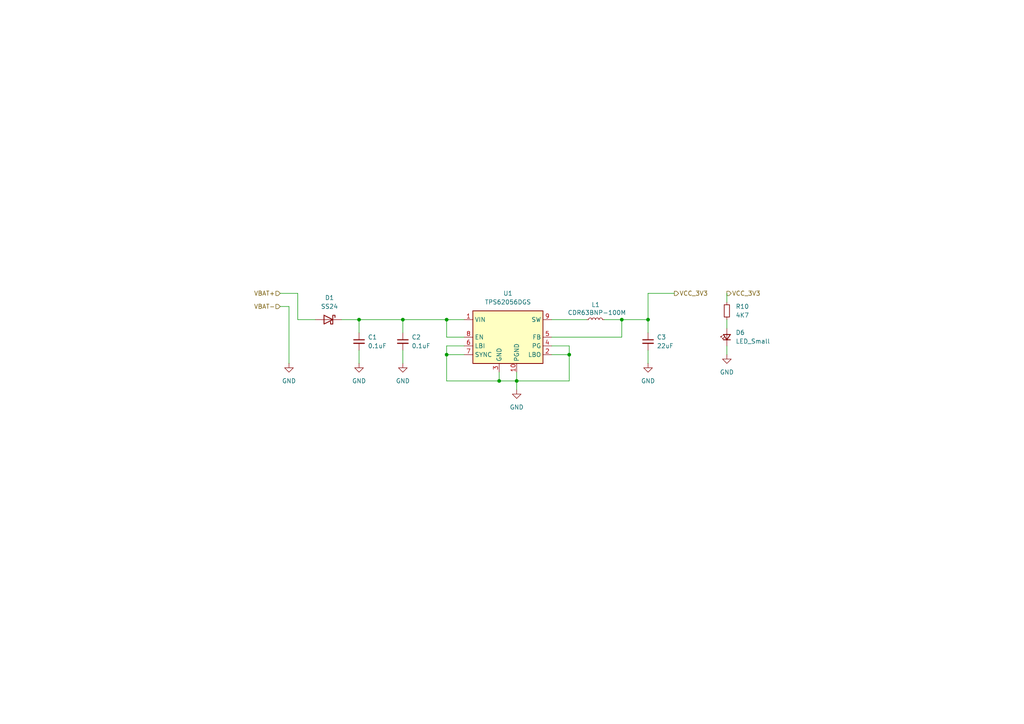
<source format=kicad_sch>
(kicad_sch (version 20231120) (generator "eeschema") (generator_version "8.0")
  (paper "A4")
  (lib_symbols
    (symbol "Device:C_Small" (pin_numbers hide) (pin_names (offset 0.254) hide)
      (property "Reference" "C" (at 0.254 1.778 0))
      (property "Value" "C_Small" (at 0.254 -2.032 0))
      (symbol "C_Small_0_1"
        (polyline (pts (xy -1.524 -0.508) (xy 1.524 -0.508)) (stroke (width 0.3302)))
        (polyline (pts (xy -1.524 0.508) (xy 1.524 0.508)) (stroke (width 0.3048)))
      )
      (symbol "C_Small_1_1"
        (pin passive line (at 0 2.54 270) (length 2.032) (name "~") (number "1"))
        (pin passive line (at 0 -2.54 90) (length 2.032) (name "~") (number "2"))
      )
    )
    (symbol "Device:LED_Small" (pin_numbers hide) (pin_names (offset 0.254) hide)
      (property "Reference" "D" (at -1.27 3.175 0))
      (property "Value" "LED_Small" (at -4.445 -2.54 0))
      (symbol "LED_Small_0_1"
        (polyline (pts (xy -0.762 -1.016) (xy -0.762 1.016)) (stroke (width 0.254)))
        (polyline (pts (xy 1.016 0) (xy -0.762 0)))
        (polyline (pts (xy 0.762 -1.016) (xy -0.762 0) (xy 0.762 1.016) (xy 0.762 -1.016)) (stroke (width 0.254)))
        (polyline (pts (xy 0 0.762) (xy -0.508 1.27) (xy -0.254 1.27) (xy -0.508 1.27) (xy -0.508 1.016)))
        (polyline (pts (xy 0.508 1.27) (xy 0 1.778) (xy 0.254 1.778) (xy 0 1.778) (xy 0 1.524)))
      )
      (symbol "LED_Small_1_1"
        (pin passive line (at -2.54 0 0) (length 1.778) (name "K") (number "1"))
        (pin passive line (at 2.54 0 180) (length 1.778) (name "A") (number "2"))
      )
    )
    (symbol "Device:L_Small" (pin_numbers hide) (pin_names (offset 0.254) hide)
      (property "Reference" "L" (at 0.762 1.016 0))
      (property "Value" "L_Small" (at 0.762 -1.016 0))
      (symbol "L_Small_0_1"
        (arc (start 0 -2.032) (mid 0.5058 -1.524) (end 0 -1.016))
        (arc (start 0 -1.016) (mid 0.5058 -0.508) (end 0 0))
        (arc (start 0 0) (mid 0.5058 0.508) (end 0 1.016))
        (arc (start 0 1.016) (mid 0.5058 1.524) (end 0 2.032))
      )
      (symbol "L_Small_1_1"
        (pin passive line (at 0 2.54 270) (length 0.508) (name "~") (number "1"))
        (pin passive line (at 0 -2.54 90) (length 0.508) (name "~") (number "2"))
      )
    )
    (symbol "Device:R_Small" (pin_numbers hide) (pin_names (offset 0.254) hide)
      (property "Reference" "R" (at 0.762 0.508 0))
      (property "Value" "R_Small" (at 0.762 -1.016 0))
      (symbol "R_Small_0_1"
        (rectangle (start -0.762 1.778) (end 0.762 -1.778) (stroke (width 0.2032)))
      )
      (symbol "R_Small_1_1"
        (pin passive line (at 0 2.54 270) (length 0.762) (name "~") (number "1"))
        (pin passive line (at 0 -2.54 90) (length 0.762) (name "~") (number "2"))
      )
    )
    (symbol "Diode:SS24" (pin_numbers hide) (pin_names (offset 1.016) hide)
      (property "Reference" "D" (at 0 2.54 0))
      (property "Value" "SS24" (at 0 -2.54 0))
      (symbol "SS24_0_1"
        (polyline (pts (xy 1.27 0) (xy -1.27 0)))
        (polyline (pts (xy 1.27 1.27) (xy 1.27 -1.27) (xy -1.27 0) (xy 1.27 1.27)) (stroke (width 0.254)))
        (polyline (pts (xy -1.905 0.635) (xy -1.905 1.27) (xy -1.27 1.27) (xy -1.27 -1.27) (xy -0.635 -1.27) (xy -0.635 -0.635)) (stroke (width 0.254)))
      )
      (symbol "SS24_1_1"
        (pin passive line (at -3.81 0 0) (length 2.54) (name "K") (number "1"))
        (pin passive line (at 3.81 0 180) (length 2.54) (name "A") (number "2"))
      )
    )
    (symbol "Regulator_Switching:TPS62056DGS"
      (property "Reference" "U" (at 0 11.43 0))
      (property "Value" "TPS62056DGS" (at 0 8.89 0))
      (symbol "TPS62056DGS_1_1"
        (rectangle (start -10.16 7.62) (end 10.16 -7.62) (stroke (width 0.254)) (fill (type background)))
        (pin power_in line (at -12.7 5.08 0) (length 2.54) (name "VIN") (number "1"))
        (pin power_in line (at 2.54 -10.16 90) (length 2.54) (name "PGND") (number "10"))
        (pin open_collector line (at 12.7 -5.08 180) (length 2.54) (name "LBO") (number "2"))
        (pin power_in line (at -2.54 -10.16 90) (length 2.54) (name "GND") (number "3"))
        (pin open_collector line (at 12.7 -2.54 180) (length 2.54) (name "PG") (number "4"))
        (pin input line (at 12.7 0 180) (length 2.54) (name "FB") (number "5"))
        (pin input line (at -12.7 -2.54 0) (length 2.54) (name "LBI") (number "6"))
        (pin input line (at -12.7 -5.08 0) (length 2.54) (name "SYNC") (number "7"))
        (pin input line (at -12.7 0 0) (length 2.54) (name "EN") (number "8"))
        (pin power_out line (at 12.7 5.08 180) (length 2.54) (name "SW") (number "9"))
      )
    )
    (symbol "power:GND" (power) (pin_numbers hide) (pin_names (offset 0) hide)
      (property "Value" "GND" (at 0 -3.81 0))
      (symbol "GND_0_1"
        (polyline (pts (xy 0 0) (xy 0 -1.27) (xy 1.27 -1.27) (xy 0 -2.54) (xy -1.27 -1.27) (xy 0 -1.27)))
      )
      (symbol "GND_1_1"
        (pin power_in line (at 0 0 270) (length 0) (name "~") (number "1"))
      )
    )
  )
  (junction (at 129.54 102.87))
  (junction (at 149.86 110.49))
  (junction (at 180.34 92.71))
  (junction (at 129.54 92.71))
  (junction (at 187.96 92.71))
  (junction (at 144.78 110.49))
  (junction (at 116.84 92.71))
  (junction (at 165.1 102.87))
  (junction (at 104.14 92.71))
  (wire (pts (xy 129.54 102.87) (xy 134.62 102.87)))
  (wire (pts (xy 165.1 110.49) (xy 149.86 110.49)))
  (wire (pts (xy 187.96 85.09) (xy 195.58 85.09)))
  (wire (pts (xy 187.96 101.6) (xy 187.96 105.41)))
  (wire (pts (xy 134.62 100.33) (xy 129.54 100.33)))
  (wire (pts (xy 129.54 92.71) (xy 134.62 92.71)))
  (wire (pts (xy 116.84 92.71) (xy 116.84 96.52)))
  (wire (pts (xy 116.84 101.6) (xy 116.84 105.41)))
  (wire (pts (xy 144.78 110.49) (xy 149.86 110.49)))
  (wire (pts (xy 210.82 100.33) (xy 210.82 102.87)))
  (wire (pts (xy 104.14 101.6) (xy 104.14 105.41)))
  (wire (pts (xy 104.14 92.71) (xy 104.14 96.52)))
  (wire (pts (xy 129.54 97.79) (xy 129.54 92.71)))
  (wire (pts (xy 86.36 92.71) (xy 91.44 92.71)))
  (wire (pts (xy 104.14 92.71) (xy 116.84 92.71)))
  (wire (pts (xy 210.82 92.71) (xy 210.82 95.25)))
  (wire (pts (xy 116.84 92.71) (xy 129.54 92.71)))
  (wire (pts (xy 187.96 92.71) (xy 187.96 96.52)))
  (wire (pts (xy 99.06 92.71) (xy 104.14 92.71)))
  (wire (pts (xy 134.62 97.79) (xy 129.54 97.79)))
  (wire (pts (xy 165.1 100.33) (xy 165.1 102.87)))
  (wire (pts (xy 210.82 85.09) (xy 210.82 87.63)))
  (wire (pts (xy 81.28 88.9) (xy 83.82 88.9)))
  (wire (pts (xy 144.78 107.95) (xy 144.78 110.49)))
  (wire (pts (xy 160.02 97.79) (xy 180.34 97.79)))
  (wire (pts (xy 180.34 97.79) (xy 180.34 92.71)))
  (wire (pts (xy 149.86 110.49) (xy 149.86 113.03)))
  (wire (pts (xy 129.54 100.33) (xy 129.54 102.87)))
  (wire (pts (xy 86.36 85.09) (xy 81.28 85.09)))
  (wire (pts (xy 160.02 92.71) (xy 170.18 92.71)))
  (wire (pts (xy 160.02 100.33) (xy 165.1 100.33)))
  (wire (pts (xy 165.1 102.87) (xy 165.1 110.49)))
  (wire (pts (xy 83.82 88.9) (xy 83.82 105.41)))
  (wire (pts (xy 160.02 102.87) (xy 165.1 102.87)))
  (wire (pts (xy 187.96 85.09) (xy 187.96 92.71)))
  (wire (pts (xy 129.54 110.49) (xy 144.78 110.49)))
  (wire (pts (xy 175.26 92.71) (xy 180.34 92.71)))
  (wire (pts (xy 86.36 85.09) (xy 86.36 92.71)))
  (wire (pts (xy 180.34 92.71) (xy 187.96 92.71)))
  (wire (pts (xy 129.54 102.87) (xy 129.54 110.49)))
  (wire (pts (xy 149.86 107.95) (xy 149.86 110.49)))
  (hierarchical_label "VBAT-" (shape input) (at 81.28 88.9 180))
  (hierarchical_label "VCC_3V3" (shape output) (at 210.82 85.09 0))
  (hierarchical_label "VBAT+" (shape input) (at 81.28 85.09 180))
  (hierarchical_label "VCC_3V3" (shape output) (at 195.58 85.09 0))
  (symbol (lib_id "Diode:SS24") (at 95.25 92.71 0) (mirror y) (unit 1)
    (property "Reference" "D1" (at 95.5675 86.36 0))
    (property "Value" "SS24" (at 95.5675 88.9 0))
    (property "Footprint" "Diode_SMD:D_SMA" (effects (hide yes)))
    (property "Datasheet" "https://www.vishay.com/docs/88748/ss22.pdf" (effects (hide yes)))
    (property "Description" "40V 2A Schottky Diode, SMA" (effects (hide yes)))
  )
  (symbol (lib_id "Device:LED_Small") (at 210.82 97.79 90) (unit 1)
    (property "Reference" "D6" (at 213.36 96.4564 90) (effects (justify right)))
    (property "Value" "LED_Small" (at 213.36 98.9964 90) (effects (justify right)))
    (property "Description" "Light emitting diode, small symbol" (effects (hide yes)))
  )
  (symbol (lib_id "power:GND") (at 104.14 105.41 0) (unit 1)
    (property "Reference" "#PWR056" (effects (hide yes)))
    (property "Value" "GND" (at 104.14 110.49 0))
    (property "Description" "Power symbol creates a global label with name \"GND\" , ground" (effects (hide yes)))
  )
  (symbol (lib_id "Device:C_Small") (at 104.14 99.06 0) (unit 1)
    (property "Reference" "C1" (at 106.68 97.7962 0) (effects (justify left)))
    (property "Value" "0.1uF" (at 106.68 100.3362 0) (effects (justify left)))
    (property "Description" "Unpolarized capacitor, small symbol" (effects (hide yes)))
  )
  (symbol (lib_id "Device:R_Small") (at 210.82 90.17 0) (unit 1)
    (property "Reference" "R10" (at 213.36 88.8999 0) (effects (justify left)))
    (property "Value" "4K7" (at 213.36 91.4399 0) (effects (justify left)))
    (property "Description" "Resistor, small symbol" (effects (hide yes)))
  )
  (symbol (lib_id "power:GND") (at 187.96 105.41 0) (unit 1)
    (property "Reference" "#PWR055" (effects (hide yes)))
    (property "Value" "GND" (at 187.96 110.49 0))
    (property "Description" "Power symbol creates a global label with name \"GND\" , ground" (effects (hide yes)))
  )
  (symbol (lib_id "power:GND") (at 83.82 105.41 0) (unit 1)
    (property "Reference" "#PWR057" (effects (hide yes)))
    (property "Value" "GND" (at 83.82 110.49 0))
    (property "Description" "Power symbol creates a global label with name \"GND\" , ground" (effects (hide yes)))
  )
  (symbol (lib_id "power:GND") (at 210.82 102.87 0) (unit 1)
    (property "Reference" "#PWR054" (effects (hide yes)))
    (property "Value" "GND" (at 210.82 107.95 0))
    (property "Description" "Power symbol creates a global label with name \"GND\" , ground" (effects (hide yes)))
  )
  (symbol (lib_id "power:GND") (at 116.84 105.41 0) (unit 1)
    (property "Reference" "#PWR04" (effects (hide yes)))
    (property "Value" "GND" (at 116.84 110.49 0))
    (property "Description" "Power symbol creates a global label with name \"GND\" , ground" (effects (hide yes)))
  )
  (symbol (lib_id "Device:C_Small") (at 187.96 99.06 0) (unit 1)
    (property "Reference" "C3" (at 190.5 97.7962 0) (effects (justify left)))
    (property "Value" "22uF" (at 190.5 100.3362 0) (effects (justify left)))
    (property "Description" "Unpolarized capacitor, small symbol" (effects (hide yes)))
  )
  (symbol (lib_id "Regulator_Switching:TPS62056DGS") (at 147.32 97.79 0) (unit 1)
    (property "Reference" "U1" (at 147.32 85.09 0))
    (property "Value" "TPS62056DGS" (at 147.32 87.63 0))
    (property "Footprint" "Package_SO:VSSOP-10_3x3mm_P0.5mm" (effects (hide yes)))
    (property "Datasheet" "http://www.ti.com/lit/ds/symlink/tps62056.pdf" (effects (hide yes)))
    (property "Description" "800 mA Step-Down Converter, Adjustable Output Voltage, 0.7-6V Input Voltage, VSSOP-10" (effects (hide yes)))
  )
  (symbol (lib_id "power:GND") (at 149.86 113.03 0) (unit 1)
    (property "Reference" "#PWR06" (effects (hide yes)))
    (property "Value" "GND" (at 149.86 118.11 0))
    (property "Description" "Power symbol creates a global label with name \"GND\" , ground" (effects (hide yes)))
  )
  (symbol (lib_id "Device:L_Small") (at 172.72 92.71 90) (unit 1)
    (property "Reference" "L1" (at 173.99 88.392 90) (effects (justify left)))
    (property "Value" "CDR63BNP-100M" (at 181.61 90.678 90) (effects (justify left)))
    (property "Description" "Inductor, small symbol" (effects (hide yes)))
  )
  (symbol (lib_id "Device:C_Small") (at 116.84 99.06 0) (unit 1)
    (property "Reference" "C2" (at 119.38 97.7962 0) (effects (justify left)))
    (property "Value" "0.1uF" (at 119.38 100.3362 0) (effects (justify left)))
    (property "Description" "Unpolarized capacitor, small symbol" (effects (hide yes)))
  )
)
</source>
